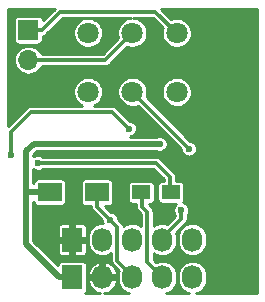
<source format=gbl>
G04 #@! TF.FileFunction,Copper,L2,Bot,Signal*
%FSLAX46Y46*%
G04 Gerber Fmt 4.6, Leading zero omitted, Abs format (unit mm)*
G04 Created by KiCad (PCBNEW 4.0.4-1.fc24-product) date Thu Jun 14 15:19:39 2018*
%MOMM*%
%LPD*%
G01*
G04 APERTURE LIST*
%ADD10C,0.100000*%
%ADD11R,1.727200X2.032000*%
%ADD12O,1.727200X2.032000*%
%ADD13C,1.800000*%
%ADD14R,1.700000X1.700000*%
%ADD15O,1.700000X1.700000*%
%ADD16R,2.000000X1.600000*%
%ADD17R,1.500000X1.250000*%
%ADD18C,0.600000*%
%ADD19C,0.300000*%
%ADD20C,0.500000*%
%ADD21C,0.250000*%
G04 APERTURE END LIST*
D10*
D11*
X146920000Y-91000000D03*
D12*
X149460000Y-91000000D03*
X152000000Y-91000000D03*
X154540000Y-91000000D03*
X157080000Y-91000000D03*
D11*
X146920000Y-94200000D03*
D12*
X149460000Y-94200000D03*
X152000000Y-94200000D03*
X154540000Y-94200000D03*
X157080000Y-94200000D03*
D13*
X155750000Y-73500000D03*
X152000000Y-73500000D03*
X148250000Y-73500000D03*
X155750000Y-78500000D03*
X152000000Y-78500000D03*
X148250000Y-78500000D03*
D14*
X143200000Y-73260000D03*
D15*
X143200000Y-75800000D03*
D16*
X149000000Y-87000000D03*
X145000000Y-87000000D03*
D17*
X155250000Y-87000000D03*
X152750000Y-87000000D03*
D18*
X150100000Y-89300000D03*
X154300000Y-82900000D03*
X156799994Y-83300000D03*
X156150000Y-88500000D03*
X161100000Y-86000000D03*
X156035000Y-85365000D03*
X151700000Y-81599990D03*
X141700000Y-83800000D03*
X144000000Y-84500000D03*
D19*
X150100000Y-89300000D02*
X149000000Y-88200000D01*
X149000000Y-88200000D02*
X149000000Y-87000000D01*
X150736390Y-89936390D02*
X150399999Y-89599999D01*
X150736390Y-92783990D02*
X150736390Y-89936390D01*
X152000000Y-94047600D02*
X150736390Y-92783990D01*
X150399999Y-89599999D02*
X150100000Y-89300000D01*
X152000000Y-94200000D02*
X152000000Y-94047600D01*
X152000000Y-94050000D02*
X152000000Y-94200000D01*
D20*
X146920000Y-94200000D02*
X145806400Y-94200000D01*
X145806400Y-94200000D02*
X143000000Y-91393600D01*
X143000000Y-91393600D02*
X143000000Y-87000000D01*
X153875736Y-82900000D02*
X154300000Y-82900000D01*
X143641998Y-82900000D02*
X153875736Y-82900000D01*
X143000000Y-83541998D02*
X143641998Y-82900000D01*
X143000000Y-87000000D02*
X143000000Y-83541998D01*
X144500000Y-87000000D02*
X143450000Y-87000000D01*
X143450000Y-87000000D02*
X143000000Y-87000000D01*
D19*
X152823980Y-88200430D02*
X152823980Y-87000000D01*
X153270000Y-88646450D02*
X152823980Y-88200430D01*
X153270000Y-92920000D02*
X153270000Y-88646450D01*
X153270000Y-92920000D02*
X154540000Y-94190000D01*
X154540000Y-94190000D02*
X154540000Y-94200000D01*
X156799994Y-83299994D02*
X156799994Y-83300000D01*
X152000000Y-78500000D02*
X156799994Y-83299994D01*
X154540000Y-90847600D02*
X156150000Y-89237600D01*
X156150000Y-89237600D02*
X156150000Y-88500000D01*
X154540000Y-91000000D02*
X154540000Y-90847600D01*
X143200000Y-73260000D02*
X144350000Y-73260000D01*
X144350000Y-73260000D02*
X145910000Y-71700000D01*
X145910000Y-71700000D02*
X153950000Y-71700000D01*
X153950000Y-71700000D02*
X155750000Y-73500000D01*
X143200000Y-75800000D02*
X149700000Y-75800000D01*
X149700000Y-75800000D02*
X152000000Y-73500000D01*
X141700000Y-83800000D02*
X141700000Y-81900000D01*
X141700000Y-81900000D02*
X143399994Y-80200006D01*
X143399994Y-80200006D02*
X150300016Y-80200006D01*
X150300016Y-80200006D02*
X151400001Y-81299991D01*
X151400001Y-81299991D02*
X151700000Y-81599990D01*
X144424264Y-84500000D02*
X144000000Y-84500000D01*
X154000000Y-84500000D02*
X144424264Y-84500000D01*
X155176020Y-85676020D02*
X154000000Y-84500000D01*
X155176020Y-87000000D02*
X155176020Y-85676020D01*
D21*
G36*
X154651020Y-85893482D02*
X154651020Y-85998186D01*
X154500000Y-85998186D01*
X154440283Y-86002948D01*
X154338996Y-86034315D01*
X154250457Y-86092657D01*
X154181678Y-86173357D01*
X154138104Y-86270022D01*
X154123186Y-86375000D01*
X154123186Y-87625000D01*
X154127948Y-87684717D01*
X154159315Y-87786004D01*
X154217657Y-87874543D01*
X154298357Y-87943322D01*
X154395022Y-87986896D01*
X154500000Y-88001814D01*
X155693940Y-88001814D01*
X155630418Y-88064019D01*
X155555631Y-88173243D01*
X155503483Y-88294913D01*
X155475961Y-88424394D01*
X155474113Y-88556756D01*
X155498009Y-88686955D01*
X155546739Y-88810034D01*
X155618447Y-88921303D01*
X155625000Y-88928089D01*
X155625000Y-89020138D01*
X154963554Y-89681584D01*
X154789055Y-89627568D01*
X154548647Y-89602300D01*
X154307910Y-89624209D01*
X154076012Y-89692460D01*
X153861788Y-89804454D01*
X153795000Y-89858153D01*
X153795000Y-88646450D01*
X153790273Y-88598241D01*
X153786042Y-88549876D01*
X153785270Y-88547218D01*
X153785001Y-88544477D01*
X153771006Y-88498121D01*
X153757456Y-88451483D01*
X153756185Y-88449031D01*
X153755387Y-88446388D01*
X153732602Y-88403535D01*
X153710302Y-88360515D01*
X153708582Y-88358361D01*
X153707284Y-88355919D01*
X153676602Y-88318300D01*
X153646378Y-88280438D01*
X153642591Y-88276599D01*
X153642525Y-88276517D01*
X153642449Y-88276455D01*
X153641231Y-88275219D01*
X153367826Y-88001814D01*
X153500000Y-88001814D01*
X153559717Y-87997052D01*
X153661004Y-87965685D01*
X153749543Y-87907343D01*
X153818322Y-87826643D01*
X153861896Y-87729978D01*
X153876814Y-87625000D01*
X153876814Y-86375000D01*
X153872052Y-86315283D01*
X153840685Y-86213996D01*
X153782343Y-86125457D01*
X153701643Y-86056678D01*
X153604978Y-86013104D01*
X153500000Y-85998186D01*
X152000000Y-85998186D01*
X151940283Y-86002948D01*
X151838996Y-86034315D01*
X151750457Y-86092657D01*
X151681678Y-86173357D01*
X151638104Y-86270022D01*
X151623186Y-86375000D01*
X151623186Y-87625000D01*
X151627948Y-87684717D01*
X151659315Y-87786004D01*
X151717657Y-87874543D01*
X151798357Y-87943322D01*
X151895022Y-87986896D01*
X152000000Y-88001814D01*
X152298980Y-88001814D01*
X152298980Y-88200430D01*
X152303707Y-88248635D01*
X152307938Y-88297005D01*
X152308710Y-88299663D01*
X152308979Y-88302403D01*
X152322981Y-88348780D01*
X152336525Y-88395398D01*
X152337794Y-88397847D01*
X152338593Y-88400492D01*
X152361387Y-88443362D01*
X152383678Y-88486365D01*
X152385398Y-88488519D01*
X152386696Y-88490961D01*
X152417378Y-88528580D01*
X152447602Y-88566442D01*
X152451389Y-88570281D01*
X152451455Y-88570363D01*
X152451531Y-88570425D01*
X152452749Y-88571661D01*
X152745000Y-88863912D01*
X152745000Y-89857360D01*
X152692616Y-89814024D01*
X152479977Y-89699050D01*
X152249055Y-89627568D01*
X152008647Y-89602300D01*
X151767910Y-89624209D01*
X151536012Y-89692460D01*
X151321788Y-89804454D01*
X151254099Y-89858877D01*
X151252432Y-89839816D01*
X151251660Y-89837158D01*
X151251391Y-89834417D01*
X151237400Y-89788074D01*
X151223846Y-89741422D01*
X151222574Y-89738968D01*
X151221777Y-89736328D01*
X151199002Y-89693494D01*
X151176692Y-89650455D01*
X151174972Y-89648301D01*
X151173674Y-89645859D01*
X151142992Y-89608240D01*
X151112768Y-89570378D01*
X151108981Y-89566539D01*
X151108915Y-89566457D01*
X151108839Y-89566395D01*
X151107621Y-89565159D01*
X150774721Y-89232259D01*
X150749317Y-89103960D01*
X150698873Y-88981573D01*
X150625618Y-88871316D01*
X150532343Y-88777387D01*
X150422600Y-88703364D01*
X150300569Y-88652067D01*
X150170898Y-88625450D01*
X150167891Y-88625429D01*
X149719276Y-88176814D01*
X150000000Y-88176814D01*
X150059717Y-88172052D01*
X150161004Y-88140685D01*
X150249543Y-88082343D01*
X150318322Y-88001643D01*
X150361896Y-87904978D01*
X150376814Y-87800000D01*
X150376814Y-86200000D01*
X150372052Y-86140283D01*
X150340685Y-86038996D01*
X150282343Y-85950457D01*
X150201643Y-85881678D01*
X150104978Y-85838104D01*
X150000000Y-85823186D01*
X148000000Y-85823186D01*
X147940283Y-85827948D01*
X147838996Y-85859315D01*
X147750457Y-85917657D01*
X147681678Y-85998357D01*
X147638104Y-86095022D01*
X147623186Y-86200000D01*
X147623186Y-87800000D01*
X147627948Y-87859717D01*
X147659315Y-87961004D01*
X147717657Y-88049543D01*
X147798357Y-88118322D01*
X147895022Y-88161896D01*
X148000000Y-88176814D01*
X148475000Y-88176814D01*
X148475000Y-88200000D01*
X148479727Y-88248205D01*
X148483958Y-88296575D01*
X148484730Y-88299233D01*
X148484999Y-88301973D01*
X148499001Y-88348350D01*
X148512545Y-88394968D01*
X148513814Y-88397417D01*
X148514613Y-88400062D01*
X148537407Y-88442932D01*
X148559698Y-88485935D01*
X148561418Y-88488089D01*
X148562716Y-88490531D01*
X148593398Y-88528150D01*
X148623622Y-88566012D01*
X148627409Y-88569851D01*
X148627475Y-88569933D01*
X148627551Y-88569995D01*
X148628769Y-88571231D01*
X149426320Y-89368782D01*
X149448009Y-89486955D01*
X149494764Y-89605045D01*
X149468647Y-89602300D01*
X149227910Y-89624209D01*
X148996012Y-89692460D01*
X148781788Y-89804454D01*
X148593397Y-89955924D01*
X148438014Y-90141102D01*
X148321559Y-90352934D01*
X148248466Y-90583351D01*
X148221521Y-90823576D01*
X148221400Y-90840870D01*
X148221400Y-91159130D01*
X148244989Y-91399709D01*
X148314857Y-91631124D01*
X148428344Y-91844561D01*
X148581126Y-92031890D01*
X148767384Y-92185976D01*
X148980023Y-92300950D01*
X149210945Y-92372432D01*
X149451353Y-92397700D01*
X149692090Y-92375791D01*
X149923988Y-92307540D01*
X150138212Y-92195546D01*
X150211390Y-92136709D01*
X150211390Y-92783990D01*
X150216117Y-92832195D01*
X150220348Y-92880565D01*
X150221120Y-92883223D01*
X150221389Y-92885963D01*
X150235391Y-92932340D01*
X150248935Y-92978958D01*
X150250204Y-92981407D01*
X150251003Y-92984052D01*
X150273797Y-93026922D01*
X150296088Y-93069925D01*
X150297808Y-93072079D01*
X150299106Y-93074521D01*
X150329788Y-93112140D01*
X150360012Y-93150002D01*
X150363799Y-93153841D01*
X150363865Y-93153923D01*
X150363941Y-93153985D01*
X150365159Y-93155221D01*
X150837793Y-93627855D01*
X150788466Y-93783351D01*
X150761521Y-94023576D01*
X150761400Y-94040870D01*
X150761400Y-94359130D01*
X150784989Y-94599709D01*
X150854857Y-94831124D01*
X150968344Y-95044561D01*
X151121126Y-95231890D01*
X151307384Y-95385976D01*
X151520023Y-95500950D01*
X151678479Y-95550000D01*
X149635002Y-95550000D01*
X149635002Y-95483797D01*
X149824661Y-95536103D01*
X149957359Y-95485237D01*
X150168808Y-95366440D01*
X150353018Y-95208674D01*
X150502910Y-95018002D01*
X150612723Y-94801751D01*
X150678238Y-94568232D01*
X150603253Y-94375000D01*
X149635000Y-94375000D01*
X149635000Y-94395000D01*
X149285000Y-94395000D01*
X149285000Y-94375000D01*
X148316747Y-94375000D01*
X148241762Y-94568232D01*
X148307277Y-94801751D01*
X148417090Y-95018002D01*
X148566982Y-95208674D01*
X148751192Y-95366440D01*
X148962641Y-95485237D01*
X149095339Y-95536103D01*
X149284998Y-95483797D01*
X149284998Y-95550000D01*
X147954749Y-95550000D01*
X148033143Y-95498343D01*
X148101922Y-95417643D01*
X148145496Y-95320978D01*
X148160414Y-95216000D01*
X148160414Y-93831768D01*
X148241762Y-93831768D01*
X148316747Y-94025000D01*
X149285000Y-94025000D01*
X149285000Y-92916204D01*
X149635000Y-92916204D01*
X149635000Y-94025000D01*
X150603253Y-94025000D01*
X150678238Y-93831768D01*
X150612723Y-93598249D01*
X150502910Y-93381998D01*
X150353018Y-93191326D01*
X150168808Y-93033560D01*
X149957359Y-92914763D01*
X149824661Y-92863897D01*
X149635000Y-92916204D01*
X149285000Y-92916204D01*
X149095339Y-92863897D01*
X148962641Y-92914763D01*
X148751192Y-93033560D01*
X148566982Y-93191326D01*
X148417090Y-93381998D01*
X148307277Y-93598249D01*
X148241762Y-93831768D01*
X148160414Y-93831768D01*
X148160414Y-93184000D01*
X148155652Y-93124283D01*
X148124285Y-93022996D01*
X148065943Y-92934457D01*
X147985243Y-92865678D01*
X147888578Y-92822104D01*
X147783600Y-92807186D01*
X146056400Y-92807186D01*
X145996683Y-92811948D01*
X145895396Y-92843315D01*
X145806857Y-92901657D01*
X145738078Y-92982357D01*
X145694504Y-93079022D01*
X145679586Y-93184000D01*
X145679586Y-93189302D01*
X143759034Y-91268750D01*
X145681400Y-91268750D01*
X145681400Y-92052934D01*
X145695811Y-92125383D01*
X145724079Y-92193629D01*
X145765118Y-92255048D01*
X145817351Y-92307281D01*
X145878771Y-92348321D01*
X145947016Y-92376589D01*
X146019465Y-92391000D01*
X146651250Y-92391000D01*
X146745000Y-92297250D01*
X146745000Y-91175000D01*
X147095000Y-91175000D01*
X147095000Y-92297250D01*
X147188750Y-92391000D01*
X147820535Y-92391000D01*
X147892984Y-92376589D01*
X147961229Y-92348321D01*
X148022649Y-92307281D01*
X148074882Y-92255048D01*
X148115921Y-92193629D01*
X148144189Y-92125383D01*
X148158600Y-92052934D01*
X148158600Y-91268750D01*
X148064850Y-91175000D01*
X147095000Y-91175000D01*
X146745000Y-91175000D01*
X145775150Y-91175000D01*
X145681400Y-91268750D01*
X143759034Y-91268750D01*
X143625000Y-91134716D01*
X143625000Y-89947066D01*
X145681400Y-89947066D01*
X145681400Y-90731250D01*
X145775150Y-90825000D01*
X146745000Y-90825000D01*
X146745000Y-89702750D01*
X147095000Y-89702750D01*
X147095000Y-90825000D01*
X148064850Y-90825000D01*
X148158600Y-90731250D01*
X148158600Y-89947066D01*
X148144189Y-89874617D01*
X148115921Y-89806371D01*
X148074882Y-89744952D01*
X148022649Y-89692719D01*
X147961229Y-89651679D01*
X147892984Y-89623411D01*
X147820535Y-89609000D01*
X147188750Y-89609000D01*
X147095000Y-89702750D01*
X146745000Y-89702750D01*
X146651250Y-89609000D01*
X146019465Y-89609000D01*
X145947016Y-89623411D01*
X145878771Y-89651679D01*
X145817351Y-89692719D01*
X145765118Y-89744952D01*
X145724079Y-89806371D01*
X145695811Y-89874617D01*
X145681400Y-89947066D01*
X143625000Y-89947066D01*
X143625000Y-87822748D01*
X143627948Y-87859717D01*
X143659315Y-87961004D01*
X143717657Y-88049543D01*
X143798357Y-88118322D01*
X143895022Y-88161896D01*
X144000000Y-88176814D01*
X146000000Y-88176814D01*
X146059717Y-88172052D01*
X146161004Y-88140685D01*
X146249543Y-88082343D01*
X146318322Y-88001643D01*
X146361896Y-87904978D01*
X146376814Y-87800000D01*
X146376814Y-86200000D01*
X146372052Y-86140283D01*
X146340685Y-86038996D01*
X146282343Y-85950457D01*
X146201643Y-85881678D01*
X146104978Y-85838104D01*
X146000000Y-85823186D01*
X144000000Y-85823186D01*
X143940283Y-85827948D01*
X143838996Y-85859315D01*
X143750457Y-85917657D01*
X143681678Y-85998357D01*
X143638104Y-86095022D01*
X143625000Y-86187235D01*
X143625000Y-85061422D01*
X143669101Y-85092073D01*
X143790404Y-85145069D01*
X143919691Y-85173495D01*
X144052036Y-85176267D01*
X144182399Y-85153280D01*
X144305815Y-85105411D01*
X144417582Y-85034481D01*
X144427538Y-85025000D01*
X153782538Y-85025000D01*
X154651020Y-85893482D01*
X154651020Y-85893482D01*
G37*
X154651020Y-85893482D02*
X154651020Y-85998186D01*
X154500000Y-85998186D01*
X154440283Y-86002948D01*
X154338996Y-86034315D01*
X154250457Y-86092657D01*
X154181678Y-86173357D01*
X154138104Y-86270022D01*
X154123186Y-86375000D01*
X154123186Y-87625000D01*
X154127948Y-87684717D01*
X154159315Y-87786004D01*
X154217657Y-87874543D01*
X154298357Y-87943322D01*
X154395022Y-87986896D01*
X154500000Y-88001814D01*
X155693940Y-88001814D01*
X155630418Y-88064019D01*
X155555631Y-88173243D01*
X155503483Y-88294913D01*
X155475961Y-88424394D01*
X155474113Y-88556756D01*
X155498009Y-88686955D01*
X155546739Y-88810034D01*
X155618447Y-88921303D01*
X155625000Y-88928089D01*
X155625000Y-89020138D01*
X154963554Y-89681584D01*
X154789055Y-89627568D01*
X154548647Y-89602300D01*
X154307910Y-89624209D01*
X154076012Y-89692460D01*
X153861788Y-89804454D01*
X153795000Y-89858153D01*
X153795000Y-88646450D01*
X153790273Y-88598241D01*
X153786042Y-88549876D01*
X153785270Y-88547218D01*
X153785001Y-88544477D01*
X153771006Y-88498121D01*
X153757456Y-88451483D01*
X153756185Y-88449031D01*
X153755387Y-88446388D01*
X153732602Y-88403535D01*
X153710302Y-88360515D01*
X153708582Y-88358361D01*
X153707284Y-88355919D01*
X153676602Y-88318300D01*
X153646378Y-88280438D01*
X153642591Y-88276599D01*
X153642525Y-88276517D01*
X153642449Y-88276455D01*
X153641231Y-88275219D01*
X153367826Y-88001814D01*
X153500000Y-88001814D01*
X153559717Y-87997052D01*
X153661004Y-87965685D01*
X153749543Y-87907343D01*
X153818322Y-87826643D01*
X153861896Y-87729978D01*
X153876814Y-87625000D01*
X153876814Y-86375000D01*
X153872052Y-86315283D01*
X153840685Y-86213996D01*
X153782343Y-86125457D01*
X153701643Y-86056678D01*
X153604978Y-86013104D01*
X153500000Y-85998186D01*
X152000000Y-85998186D01*
X151940283Y-86002948D01*
X151838996Y-86034315D01*
X151750457Y-86092657D01*
X151681678Y-86173357D01*
X151638104Y-86270022D01*
X151623186Y-86375000D01*
X151623186Y-87625000D01*
X151627948Y-87684717D01*
X151659315Y-87786004D01*
X151717657Y-87874543D01*
X151798357Y-87943322D01*
X151895022Y-87986896D01*
X152000000Y-88001814D01*
X152298980Y-88001814D01*
X152298980Y-88200430D01*
X152303707Y-88248635D01*
X152307938Y-88297005D01*
X152308710Y-88299663D01*
X152308979Y-88302403D01*
X152322981Y-88348780D01*
X152336525Y-88395398D01*
X152337794Y-88397847D01*
X152338593Y-88400492D01*
X152361387Y-88443362D01*
X152383678Y-88486365D01*
X152385398Y-88488519D01*
X152386696Y-88490961D01*
X152417378Y-88528580D01*
X152447602Y-88566442D01*
X152451389Y-88570281D01*
X152451455Y-88570363D01*
X152451531Y-88570425D01*
X152452749Y-88571661D01*
X152745000Y-88863912D01*
X152745000Y-89857360D01*
X152692616Y-89814024D01*
X152479977Y-89699050D01*
X152249055Y-89627568D01*
X152008647Y-89602300D01*
X151767910Y-89624209D01*
X151536012Y-89692460D01*
X151321788Y-89804454D01*
X151254099Y-89858877D01*
X151252432Y-89839816D01*
X151251660Y-89837158D01*
X151251391Y-89834417D01*
X151237400Y-89788074D01*
X151223846Y-89741422D01*
X151222574Y-89738968D01*
X151221777Y-89736328D01*
X151199002Y-89693494D01*
X151176692Y-89650455D01*
X151174972Y-89648301D01*
X151173674Y-89645859D01*
X151142992Y-89608240D01*
X151112768Y-89570378D01*
X151108981Y-89566539D01*
X151108915Y-89566457D01*
X151108839Y-89566395D01*
X151107621Y-89565159D01*
X150774721Y-89232259D01*
X150749317Y-89103960D01*
X150698873Y-88981573D01*
X150625618Y-88871316D01*
X150532343Y-88777387D01*
X150422600Y-88703364D01*
X150300569Y-88652067D01*
X150170898Y-88625450D01*
X150167891Y-88625429D01*
X149719276Y-88176814D01*
X150000000Y-88176814D01*
X150059717Y-88172052D01*
X150161004Y-88140685D01*
X150249543Y-88082343D01*
X150318322Y-88001643D01*
X150361896Y-87904978D01*
X150376814Y-87800000D01*
X150376814Y-86200000D01*
X150372052Y-86140283D01*
X150340685Y-86038996D01*
X150282343Y-85950457D01*
X150201643Y-85881678D01*
X150104978Y-85838104D01*
X150000000Y-85823186D01*
X148000000Y-85823186D01*
X147940283Y-85827948D01*
X147838996Y-85859315D01*
X147750457Y-85917657D01*
X147681678Y-85998357D01*
X147638104Y-86095022D01*
X147623186Y-86200000D01*
X147623186Y-87800000D01*
X147627948Y-87859717D01*
X147659315Y-87961004D01*
X147717657Y-88049543D01*
X147798357Y-88118322D01*
X147895022Y-88161896D01*
X148000000Y-88176814D01*
X148475000Y-88176814D01*
X148475000Y-88200000D01*
X148479727Y-88248205D01*
X148483958Y-88296575D01*
X148484730Y-88299233D01*
X148484999Y-88301973D01*
X148499001Y-88348350D01*
X148512545Y-88394968D01*
X148513814Y-88397417D01*
X148514613Y-88400062D01*
X148537407Y-88442932D01*
X148559698Y-88485935D01*
X148561418Y-88488089D01*
X148562716Y-88490531D01*
X148593398Y-88528150D01*
X148623622Y-88566012D01*
X148627409Y-88569851D01*
X148627475Y-88569933D01*
X148627551Y-88569995D01*
X148628769Y-88571231D01*
X149426320Y-89368782D01*
X149448009Y-89486955D01*
X149494764Y-89605045D01*
X149468647Y-89602300D01*
X149227910Y-89624209D01*
X148996012Y-89692460D01*
X148781788Y-89804454D01*
X148593397Y-89955924D01*
X148438014Y-90141102D01*
X148321559Y-90352934D01*
X148248466Y-90583351D01*
X148221521Y-90823576D01*
X148221400Y-90840870D01*
X148221400Y-91159130D01*
X148244989Y-91399709D01*
X148314857Y-91631124D01*
X148428344Y-91844561D01*
X148581126Y-92031890D01*
X148767384Y-92185976D01*
X148980023Y-92300950D01*
X149210945Y-92372432D01*
X149451353Y-92397700D01*
X149692090Y-92375791D01*
X149923988Y-92307540D01*
X150138212Y-92195546D01*
X150211390Y-92136709D01*
X150211390Y-92783990D01*
X150216117Y-92832195D01*
X150220348Y-92880565D01*
X150221120Y-92883223D01*
X150221389Y-92885963D01*
X150235391Y-92932340D01*
X150248935Y-92978958D01*
X150250204Y-92981407D01*
X150251003Y-92984052D01*
X150273797Y-93026922D01*
X150296088Y-93069925D01*
X150297808Y-93072079D01*
X150299106Y-93074521D01*
X150329788Y-93112140D01*
X150360012Y-93150002D01*
X150363799Y-93153841D01*
X150363865Y-93153923D01*
X150363941Y-93153985D01*
X150365159Y-93155221D01*
X150837793Y-93627855D01*
X150788466Y-93783351D01*
X150761521Y-94023576D01*
X150761400Y-94040870D01*
X150761400Y-94359130D01*
X150784989Y-94599709D01*
X150854857Y-94831124D01*
X150968344Y-95044561D01*
X151121126Y-95231890D01*
X151307384Y-95385976D01*
X151520023Y-95500950D01*
X151678479Y-95550000D01*
X149635002Y-95550000D01*
X149635002Y-95483797D01*
X149824661Y-95536103D01*
X149957359Y-95485237D01*
X150168808Y-95366440D01*
X150353018Y-95208674D01*
X150502910Y-95018002D01*
X150612723Y-94801751D01*
X150678238Y-94568232D01*
X150603253Y-94375000D01*
X149635000Y-94375000D01*
X149635000Y-94395000D01*
X149285000Y-94395000D01*
X149285000Y-94375000D01*
X148316747Y-94375000D01*
X148241762Y-94568232D01*
X148307277Y-94801751D01*
X148417090Y-95018002D01*
X148566982Y-95208674D01*
X148751192Y-95366440D01*
X148962641Y-95485237D01*
X149095339Y-95536103D01*
X149284998Y-95483797D01*
X149284998Y-95550000D01*
X147954749Y-95550000D01*
X148033143Y-95498343D01*
X148101922Y-95417643D01*
X148145496Y-95320978D01*
X148160414Y-95216000D01*
X148160414Y-93831768D01*
X148241762Y-93831768D01*
X148316747Y-94025000D01*
X149285000Y-94025000D01*
X149285000Y-92916204D01*
X149635000Y-92916204D01*
X149635000Y-94025000D01*
X150603253Y-94025000D01*
X150678238Y-93831768D01*
X150612723Y-93598249D01*
X150502910Y-93381998D01*
X150353018Y-93191326D01*
X150168808Y-93033560D01*
X149957359Y-92914763D01*
X149824661Y-92863897D01*
X149635000Y-92916204D01*
X149285000Y-92916204D01*
X149095339Y-92863897D01*
X148962641Y-92914763D01*
X148751192Y-93033560D01*
X148566982Y-93191326D01*
X148417090Y-93381998D01*
X148307277Y-93598249D01*
X148241762Y-93831768D01*
X148160414Y-93831768D01*
X148160414Y-93184000D01*
X148155652Y-93124283D01*
X148124285Y-93022996D01*
X148065943Y-92934457D01*
X147985243Y-92865678D01*
X147888578Y-92822104D01*
X147783600Y-92807186D01*
X146056400Y-92807186D01*
X145996683Y-92811948D01*
X145895396Y-92843315D01*
X145806857Y-92901657D01*
X145738078Y-92982357D01*
X145694504Y-93079022D01*
X145679586Y-93184000D01*
X145679586Y-93189302D01*
X143759034Y-91268750D01*
X145681400Y-91268750D01*
X145681400Y-92052934D01*
X145695811Y-92125383D01*
X145724079Y-92193629D01*
X145765118Y-92255048D01*
X145817351Y-92307281D01*
X145878771Y-92348321D01*
X145947016Y-92376589D01*
X146019465Y-92391000D01*
X146651250Y-92391000D01*
X146745000Y-92297250D01*
X146745000Y-91175000D01*
X147095000Y-91175000D01*
X147095000Y-92297250D01*
X147188750Y-92391000D01*
X147820535Y-92391000D01*
X147892984Y-92376589D01*
X147961229Y-92348321D01*
X148022649Y-92307281D01*
X148074882Y-92255048D01*
X148115921Y-92193629D01*
X148144189Y-92125383D01*
X148158600Y-92052934D01*
X148158600Y-91268750D01*
X148064850Y-91175000D01*
X147095000Y-91175000D01*
X146745000Y-91175000D01*
X145775150Y-91175000D01*
X145681400Y-91268750D01*
X143759034Y-91268750D01*
X143625000Y-91134716D01*
X143625000Y-89947066D01*
X145681400Y-89947066D01*
X145681400Y-90731250D01*
X145775150Y-90825000D01*
X146745000Y-90825000D01*
X146745000Y-89702750D01*
X147095000Y-89702750D01*
X147095000Y-90825000D01*
X148064850Y-90825000D01*
X148158600Y-90731250D01*
X148158600Y-89947066D01*
X148144189Y-89874617D01*
X148115921Y-89806371D01*
X148074882Y-89744952D01*
X148022649Y-89692719D01*
X147961229Y-89651679D01*
X147892984Y-89623411D01*
X147820535Y-89609000D01*
X147188750Y-89609000D01*
X147095000Y-89702750D01*
X146745000Y-89702750D01*
X146651250Y-89609000D01*
X146019465Y-89609000D01*
X145947016Y-89623411D01*
X145878771Y-89651679D01*
X145817351Y-89692719D01*
X145765118Y-89744952D01*
X145724079Y-89806371D01*
X145695811Y-89874617D01*
X145681400Y-89947066D01*
X143625000Y-89947066D01*
X143625000Y-87822748D01*
X143627948Y-87859717D01*
X143659315Y-87961004D01*
X143717657Y-88049543D01*
X143798357Y-88118322D01*
X143895022Y-88161896D01*
X144000000Y-88176814D01*
X146000000Y-88176814D01*
X146059717Y-88172052D01*
X146161004Y-88140685D01*
X146249543Y-88082343D01*
X146318322Y-88001643D01*
X146361896Y-87904978D01*
X146376814Y-87800000D01*
X146376814Y-86200000D01*
X146372052Y-86140283D01*
X146340685Y-86038996D01*
X146282343Y-85950457D01*
X146201643Y-85881678D01*
X146104978Y-85838104D01*
X146000000Y-85823186D01*
X144000000Y-85823186D01*
X143940283Y-85827948D01*
X143838996Y-85859315D01*
X143750457Y-85917657D01*
X143681678Y-85998357D01*
X143638104Y-86095022D01*
X143625000Y-86187235D01*
X143625000Y-85061422D01*
X143669101Y-85092073D01*
X143790404Y-85145069D01*
X143919691Y-85173495D01*
X144052036Y-85176267D01*
X144182399Y-85153280D01*
X144305815Y-85105411D01*
X144417582Y-85034481D01*
X144427538Y-85025000D01*
X153782538Y-85025000D01*
X154651020Y-85893482D01*
G36*
X144426814Y-72440724D02*
X144426814Y-72410000D01*
X144422052Y-72350283D01*
X144390685Y-72248996D01*
X144332343Y-72160457D01*
X144251643Y-72091678D01*
X144154978Y-72048104D01*
X144050000Y-72033186D01*
X142350000Y-72033186D01*
X142290283Y-72037948D01*
X142188996Y-72069315D01*
X142100457Y-72127657D01*
X142031678Y-72208357D01*
X141988104Y-72305022D01*
X141973186Y-72410000D01*
X141973186Y-74110000D01*
X141977948Y-74169717D01*
X142009315Y-74271004D01*
X142067657Y-74359543D01*
X142148357Y-74428322D01*
X142245022Y-74471896D01*
X142350000Y-74486814D01*
X144050000Y-74486814D01*
X144109717Y-74482052D01*
X144211004Y-74450685D01*
X144299543Y-74392343D01*
X144368322Y-74311643D01*
X144411896Y-74214978D01*
X144426814Y-74110000D01*
X144426814Y-73777771D01*
X144446575Y-73776042D01*
X144449233Y-73775270D01*
X144451973Y-73775001D01*
X144498350Y-73760999D01*
X144544968Y-73747455D01*
X144547417Y-73746186D01*
X144550062Y-73745387D01*
X144592932Y-73722593D01*
X144635935Y-73700302D01*
X144638089Y-73698582D01*
X144640531Y-73697284D01*
X144678150Y-73666602D01*
X144716012Y-73636378D01*
X144719851Y-73632591D01*
X144719933Y-73632525D01*
X144719995Y-73632449D01*
X144721231Y-73631231D01*
X146127462Y-72225000D01*
X148129187Y-72225000D01*
X147888273Y-72270957D01*
X147656439Y-72364623D01*
X147447215Y-72501536D01*
X147268568Y-72676480D01*
X147127303Y-72882792D01*
X147028802Y-73112613D01*
X146976815Y-73357189D01*
X146973324Y-73607205D01*
X147018461Y-73853138D01*
X147110507Y-74085620D01*
X147245956Y-74295795D01*
X147419649Y-74475659D01*
X147624969Y-74618361D01*
X147854097Y-74718464D01*
X148098305Y-74772157D01*
X148348290Y-74777393D01*
X148594532Y-74733974D01*
X148827650Y-74643553D01*
X149038766Y-74509575D01*
X149219839Y-74337142D01*
X149363970Y-74132823D01*
X149465671Y-73904400D01*
X149521067Y-73660573D01*
X149525054Y-73374980D01*
X149476488Y-73129701D01*
X149381205Y-72898528D01*
X149242835Y-72690264D01*
X149066648Y-72512842D01*
X148859355Y-72373022D01*
X148628852Y-72276127D01*
X148383919Y-72225849D01*
X148262269Y-72225000D01*
X151879187Y-72225000D01*
X151638273Y-72270957D01*
X151406439Y-72364623D01*
X151197215Y-72501536D01*
X151018568Y-72676480D01*
X150877303Y-72882792D01*
X150778802Y-73112613D01*
X150726815Y-73357189D01*
X150723324Y-73607205D01*
X150768461Y-73853138D01*
X150807017Y-73950521D01*
X149482538Y-75275000D01*
X144307167Y-75275000D01*
X144230963Y-75129235D01*
X144081156Y-74942912D01*
X143898012Y-74789236D01*
X143688506Y-74674059D01*
X143460619Y-74601769D01*
X143223031Y-74575119D01*
X143205927Y-74575000D01*
X143194073Y-74575000D01*
X142956136Y-74598330D01*
X142727262Y-74667431D01*
X142516168Y-74779671D01*
X142330896Y-74930776D01*
X142178502Y-75114989D01*
X142064791Y-75325293D01*
X141994093Y-75553680D01*
X141969103Y-75791448D01*
X141990771Y-76029542D01*
X142058273Y-76258893D01*
X142169037Y-76470765D01*
X142318844Y-76657088D01*
X142501988Y-76810764D01*
X142711494Y-76925941D01*
X142939381Y-76998231D01*
X143176969Y-77024881D01*
X143194073Y-77025000D01*
X143205927Y-77025000D01*
X143443864Y-77001670D01*
X143672738Y-76932569D01*
X143883832Y-76820329D01*
X144069104Y-76669224D01*
X144221498Y-76485011D01*
X144308016Y-76325000D01*
X149700000Y-76325000D01*
X149748205Y-76320273D01*
X149796575Y-76316042D01*
X149799233Y-76315270D01*
X149801973Y-76315001D01*
X149848350Y-76300999D01*
X149894968Y-76287455D01*
X149897417Y-76286186D01*
X149900062Y-76285387D01*
X149942932Y-76262593D01*
X149985935Y-76240302D01*
X149988089Y-76238582D01*
X149990531Y-76237284D01*
X150028150Y-76206602D01*
X150066012Y-76176378D01*
X150069851Y-76172591D01*
X150069933Y-76172525D01*
X150069995Y-76172449D01*
X150071231Y-76171231D01*
X151548352Y-74694110D01*
X151604097Y-74718464D01*
X151848305Y-74772157D01*
X152098290Y-74777393D01*
X152344532Y-74733974D01*
X152577650Y-74643553D01*
X152788766Y-74509575D01*
X152969839Y-74337142D01*
X153113970Y-74132823D01*
X153215671Y-73904400D01*
X153271067Y-73660573D01*
X153275054Y-73374980D01*
X153226488Y-73129701D01*
X153131205Y-72898528D01*
X152992835Y-72690264D01*
X152816648Y-72512842D01*
X152609355Y-72373022D01*
X152378852Y-72276127D01*
X152133919Y-72225849D01*
X152012269Y-72225000D01*
X153732538Y-72225000D01*
X154556208Y-73048670D01*
X154528802Y-73112613D01*
X154476815Y-73357189D01*
X154473324Y-73607205D01*
X154518461Y-73853138D01*
X154610507Y-74085620D01*
X154745956Y-74295795D01*
X154919649Y-74475659D01*
X155124969Y-74618361D01*
X155354097Y-74718464D01*
X155598305Y-74772157D01*
X155848290Y-74777393D01*
X156094532Y-74733974D01*
X156327650Y-74643553D01*
X156538766Y-74509575D01*
X156719839Y-74337142D01*
X156863970Y-74132823D01*
X156965671Y-73904400D01*
X157021067Y-73660573D01*
X157025054Y-73374980D01*
X156976488Y-73129701D01*
X156881205Y-72898528D01*
X156742835Y-72690264D01*
X156566648Y-72512842D01*
X156359355Y-72373022D01*
X156128852Y-72276127D01*
X155883919Y-72225849D01*
X155633884Y-72224104D01*
X155388273Y-72270957D01*
X155299347Y-72306885D01*
X154442462Y-71450000D01*
X162550000Y-71450000D01*
X162550000Y-95550000D01*
X157399721Y-95550000D01*
X157543988Y-95507540D01*
X157758212Y-95395546D01*
X157946603Y-95244076D01*
X158101986Y-95058898D01*
X158218441Y-94847066D01*
X158291534Y-94616649D01*
X158318479Y-94376424D01*
X158318600Y-94359130D01*
X158318600Y-94040870D01*
X158295011Y-93800291D01*
X158225143Y-93568876D01*
X158111656Y-93355439D01*
X157958874Y-93168110D01*
X157772616Y-93014024D01*
X157559977Y-92899050D01*
X157329055Y-92827568D01*
X157088647Y-92802300D01*
X156847910Y-92824209D01*
X156616012Y-92892460D01*
X156401788Y-93004454D01*
X156213397Y-93155924D01*
X156058014Y-93341102D01*
X155941559Y-93552934D01*
X155868466Y-93783351D01*
X155841521Y-94023576D01*
X155841400Y-94040870D01*
X155841400Y-94359130D01*
X155864989Y-94599709D01*
X155934857Y-94831124D01*
X156048344Y-95044561D01*
X156201126Y-95231890D01*
X156387384Y-95385976D01*
X156600023Y-95500950D01*
X156758479Y-95550000D01*
X154859721Y-95550000D01*
X155003988Y-95507540D01*
X155218212Y-95395546D01*
X155406603Y-95244076D01*
X155561986Y-95058898D01*
X155678441Y-94847066D01*
X155751534Y-94616649D01*
X155778479Y-94376424D01*
X155778600Y-94359130D01*
X155778600Y-94040870D01*
X155755011Y-93800291D01*
X155685143Y-93568876D01*
X155571656Y-93355439D01*
X155418874Y-93168110D01*
X155232616Y-93014024D01*
X155019977Y-92899050D01*
X154789055Y-92827568D01*
X154548647Y-92802300D01*
X154307910Y-92824209D01*
X154076012Y-92892460D01*
X154016194Y-92923732D01*
X153795000Y-92702538D01*
X153795000Y-92142640D01*
X153847384Y-92185976D01*
X154060023Y-92300950D01*
X154290945Y-92372432D01*
X154531353Y-92397700D01*
X154772090Y-92375791D01*
X155003988Y-92307540D01*
X155218212Y-92195546D01*
X155406603Y-92044076D01*
X155561986Y-91858898D01*
X155678441Y-91647066D01*
X155751534Y-91416649D01*
X155778479Y-91176424D01*
X155778600Y-91159130D01*
X155778600Y-90840870D01*
X155841400Y-90840870D01*
X155841400Y-91159130D01*
X155864989Y-91399709D01*
X155934857Y-91631124D01*
X156048344Y-91844561D01*
X156201126Y-92031890D01*
X156387384Y-92185976D01*
X156600023Y-92300950D01*
X156830945Y-92372432D01*
X157071353Y-92397700D01*
X157312090Y-92375791D01*
X157543988Y-92307540D01*
X157758212Y-92195546D01*
X157946603Y-92044076D01*
X158101986Y-91858898D01*
X158218441Y-91647066D01*
X158291534Y-91416649D01*
X158318479Y-91176424D01*
X158318600Y-91159130D01*
X158318600Y-90840870D01*
X158295011Y-90600291D01*
X158225143Y-90368876D01*
X158111656Y-90155439D01*
X157958874Y-89968110D01*
X157772616Y-89814024D01*
X157559977Y-89699050D01*
X157329055Y-89627568D01*
X157088647Y-89602300D01*
X156847910Y-89624209D01*
X156616012Y-89692460D01*
X156401788Y-89804454D01*
X156213397Y-89955924D01*
X156058014Y-90141102D01*
X155941559Y-90352934D01*
X155868466Y-90583351D01*
X155841521Y-90823576D01*
X155841400Y-90840870D01*
X155778600Y-90840870D01*
X155755011Y-90600291D01*
X155702777Y-90427285D01*
X156521231Y-89608831D01*
X156552001Y-89571371D01*
X156583185Y-89534208D01*
X156584516Y-89531786D01*
X156586267Y-89529655D01*
X156609180Y-89486922D01*
X156632546Y-89444420D01*
X156633380Y-89441790D01*
X156634686Y-89439355D01*
X156648885Y-89392913D01*
X156663527Y-89346754D01*
X156663834Y-89344016D01*
X156664643Y-89341370D01*
X156669549Y-89293069D01*
X156674949Y-89244930D01*
X156674987Y-89239536D01*
X156674997Y-89239433D01*
X156674988Y-89239337D01*
X156675000Y-89237600D01*
X156675000Y-88926811D01*
X156739749Y-88835024D01*
X156793590Y-88714094D01*
X156822918Y-88585009D01*
X156825029Y-88433813D01*
X156799317Y-88303960D01*
X156748873Y-88181573D01*
X156675618Y-88071316D01*
X156582343Y-87977387D01*
X156472600Y-87903364D01*
X156350569Y-87852067D01*
X156304681Y-87842648D01*
X156318322Y-87826643D01*
X156361896Y-87729978D01*
X156376814Y-87625000D01*
X156376814Y-86375000D01*
X156372052Y-86315283D01*
X156340685Y-86213996D01*
X156282343Y-86125457D01*
X156201643Y-86056678D01*
X156104978Y-86013104D01*
X156000000Y-85998186D01*
X155701020Y-85998186D01*
X155701020Y-85676020D01*
X155696289Y-85627769D01*
X155692061Y-85579445D01*
X155691290Y-85576792D01*
X155691021Y-85574047D01*
X155677007Y-85527629D01*
X155663475Y-85481052D01*
X155662206Y-85478603D01*
X155661407Y-85475958D01*
X155638613Y-85433088D01*
X155616322Y-85390085D01*
X155614602Y-85387931D01*
X155613304Y-85385489D01*
X155582622Y-85347870D01*
X155552398Y-85310008D01*
X155548611Y-85306169D01*
X155548545Y-85306087D01*
X155548469Y-85306025D01*
X155547251Y-85304789D01*
X154371231Y-84128769D01*
X154333797Y-84098021D01*
X154296608Y-84066815D01*
X154294183Y-84065482D01*
X154292055Y-84063734D01*
X154249361Y-84040841D01*
X154206820Y-84017454D01*
X154204190Y-84016620D01*
X154201755Y-84015314D01*
X154155313Y-84001115D01*
X154109154Y-83986473D01*
X154106416Y-83986166D01*
X154103770Y-83985357D01*
X154055469Y-83980451D01*
X154007330Y-83975051D01*
X154001936Y-83975013D01*
X154001833Y-83975003D01*
X154001737Y-83975012D01*
X154000000Y-83975000D01*
X144428804Y-83975000D01*
X144322600Y-83903364D01*
X144200569Y-83852067D01*
X144070898Y-83825450D01*
X143938527Y-83824525D01*
X143808497Y-83849330D01*
X143685762Y-83898918D01*
X143625000Y-83938680D01*
X143625000Y-83800882D01*
X143900882Y-83525000D01*
X154044468Y-83525000D01*
X154090404Y-83545069D01*
X154219691Y-83573495D01*
X154352036Y-83576267D01*
X154482399Y-83553280D01*
X154605815Y-83505411D01*
X154717582Y-83434481D01*
X154813444Y-83343193D01*
X154889749Y-83235024D01*
X154943590Y-83114094D01*
X154972918Y-82985009D01*
X154975029Y-82833813D01*
X154949317Y-82703960D01*
X154898873Y-82581573D01*
X154825618Y-82471316D01*
X154732343Y-82377387D01*
X154622600Y-82303364D01*
X154500569Y-82252067D01*
X154370898Y-82225450D01*
X154238527Y-82224525D01*
X154108497Y-82249330D01*
X154044961Y-82275000D01*
X151759165Y-82275000D01*
X151882399Y-82253270D01*
X152005815Y-82205401D01*
X152117582Y-82134471D01*
X152213444Y-82043183D01*
X152289749Y-81935014D01*
X152343590Y-81814084D01*
X152372918Y-81684999D01*
X152375029Y-81533803D01*
X152349317Y-81403950D01*
X152298873Y-81281563D01*
X152225618Y-81171306D01*
X152132343Y-81077377D01*
X152022600Y-81003354D01*
X151900569Y-80952057D01*
X151770898Y-80925440D01*
X151767891Y-80925419D01*
X150671247Y-79828775D01*
X150633813Y-79798027D01*
X150596624Y-79766821D01*
X150594199Y-79765488D01*
X150592071Y-79763740D01*
X150549377Y-79740847D01*
X150506836Y-79717460D01*
X150504206Y-79716626D01*
X150501771Y-79715320D01*
X150455329Y-79701121D01*
X150409170Y-79686479D01*
X150406432Y-79686172D01*
X150403786Y-79685363D01*
X150355485Y-79680457D01*
X150307346Y-79675057D01*
X150301952Y-79675019D01*
X150301849Y-79675009D01*
X150301753Y-79675018D01*
X150300016Y-79675006D01*
X148746560Y-79675006D01*
X148827650Y-79643553D01*
X149038766Y-79509575D01*
X149219839Y-79337142D01*
X149363970Y-79132823D01*
X149465671Y-78904400D01*
X149521067Y-78660573D01*
X149521812Y-78607205D01*
X150723324Y-78607205D01*
X150768461Y-78853138D01*
X150860507Y-79085620D01*
X150995956Y-79295795D01*
X151169649Y-79475659D01*
X151374969Y-79618361D01*
X151604097Y-79718464D01*
X151848305Y-79772157D01*
X152098290Y-79777393D01*
X152344532Y-79733974D01*
X152450435Y-79692897D01*
X156126313Y-83368775D01*
X156148003Y-83486955D01*
X156196733Y-83610034D01*
X156268441Y-83721303D01*
X156360396Y-83816526D01*
X156469095Y-83892073D01*
X156590398Y-83945069D01*
X156719685Y-83973495D01*
X156852030Y-83976267D01*
X156982393Y-83953280D01*
X157105809Y-83905411D01*
X157217576Y-83834481D01*
X157313438Y-83743193D01*
X157389743Y-83635024D01*
X157443584Y-83514094D01*
X157472912Y-83385009D01*
X157475023Y-83233813D01*
X157449311Y-83103960D01*
X157398867Y-82981573D01*
X157325612Y-82871316D01*
X157232337Y-82777387D01*
X157122594Y-82703364D01*
X157000563Y-82652067D01*
X156870892Y-82625450D01*
X156867891Y-82625429D01*
X153194473Y-78952011D01*
X153215671Y-78904400D01*
X153271067Y-78660573D01*
X153271812Y-78607205D01*
X154473324Y-78607205D01*
X154518461Y-78853138D01*
X154610507Y-79085620D01*
X154745956Y-79295795D01*
X154919649Y-79475659D01*
X155124969Y-79618361D01*
X155354097Y-79718464D01*
X155598305Y-79772157D01*
X155848290Y-79777393D01*
X156094532Y-79733974D01*
X156327650Y-79643553D01*
X156538766Y-79509575D01*
X156719839Y-79337142D01*
X156863970Y-79132823D01*
X156965671Y-78904400D01*
X157021067Y-78660573D01*
X157025054Y-78374980D01*
X156976488Y-78129701D01*
X156881205Y-77898528D01*
X156742835Y-77690264D01*
X156566648Y-77512842D01*
X156359355Y-77373022D01*
X156128852Y-77276127D01*
X155883919Y-77225849D01*
X155633884Y-77224104D01*
X155388273Y-77270957D01*
X155156439Y-77364623D01*
X154947215Y-77501536D01*
X154768568Y-77676480D01*
X154627303Y-77882792D01*
X154528802Y-78112613D01*
X154476815Y-78357189D01*
X154473324Y-78607205D01*
X153271812Y-78607205D01*
X153275054Y-78374980D01*
X153226488Y-78129701D01*
X153131205Y-77898528D01*
X152992835Y-77690264D01*
X152816648Y-77512842D01*
X152609355Y-77373022D01*
X152378852Y-77276127D01*
X152133919Y-77225849D01*
X151883884Y-77224104D01*
X151638273Y-77270957D01*
X151406439Y-77364623D01*
X151197215Y-77501536D01*
X151018568Y-77676480D01*
X150877303Y-77882792D01*
X150778802Y-78112613D01*
X150726815Y-78357189D01*
X150723324Y-78607205D01*
X149521812Y-78607205D01*
X149525054Y-78374980D01*
X149476488Y-78129701D01*
X149381205Y-77898528D01*
X149242835Y-77690264D01*
X149066648Y-77512842D01*
X148859355Y-77373022D01*
X148628852Y-77276127D01*
X148383919Y-77225849D01*
X148133884Y-77224104D01*
X147888273Y-77270957D01*
X147656439Y-77364623D01*
X147447215Y-77501536D01*
X147268568Y-77676480D01*
X147127303Y-77882792D01*
X147028802Y-78112613D01*
X146976815Y-78357189D01*
X146973324Y-78607205D01*
X147018461Y-78853138D01*
X147110507Y-79085620D01*
X147245956Y-79295795D01*
X147419649Y-79475659D01*
X147624969Y-79618361D01*
X147754625Y-79675006D01*
X143399994Y-79675006D01*
X143351785Y-79679733D01*
X143303420Y-79683964D01*
X143300762Y-79684736D01*
X143298021Y-79685005D01*
X143251665Y-79699000D01*
X143205027Y-79712550D01*
X143202575Y-79713821D01*
X143199932Y-79714619D01*
X143157079Y-79737404D01*
X143114059Y-79759704D01*
X143111905Y-79761424D01*
X143109463Y-79762722D01*
X143071844Y-79793404D01*
X143033982Y-79823628D01*
X143030143Y-79827415D01*
X143030061Y-79827481D01*
X143029999Y-79827557D01*
X143028763Y-79828775D01*
X141450000Y-81407538D01*
X141450000Y-71450000D01*
X145417538Y-71450000D01*
X144426814Y-72440724D01*
X144426814Y-72440724D01*
G37*
X144426814Y-72440724D02*
X144426814Y-72410000D01*
X144422052Y-72350283D01*
X144390685Y-72248996D01*
X144332343Y-72160457D01*
X144251643Y-72091678D01*
X144154978Y-72048104D01*
X144050000Y-72033186D01*
X142350000Y-72033186D01*
X142290283Y-72037948D01*
X142188996Y-72069315D01*
X142100457Y-72127657D01*
X142031678Y-72208357D01*
X141988104Y-72305022D01*
X141973186Y-72410000D01*
X141973186Y-74110000D01*
X141977948Y-74169717D01*
X142009315Y-74271004D01*
X142067657Y-74359543D01*
X142148357Y-74428322D01*
X142245022Y-74471896D01*
X142350000Y-74486814D01*
X144050000Y-74486814D01*
X144109717Y-74482052D01*
X144211004Y-74450685D01*
X144299543Y-74392343D01*
X144368322Y-74311643D01*
X144411896Y-74214978D01*
X144426814Y-74110000D01*
X144426814Y-73777771D01*
X144446575Y-73776042D01*
X144449233Y-73775270D01*
X144451973Y-73775001D01*
X144498350Y-73760999D01*
X144544968Y-73747455D01*
X144547417Y-73746186D01*
X144550062Y-73745387D01*
X144592932Y-73722593D01*
X144635935Y-73700302D01*
X144638089Y-73698582D01*
X144640531Y-73697284D01*
X144678150Y-73666602D01*
X144716012Y-73636378D01*
X144719851Y-73632591D01*
X144719933Y-73632525D01*
X144719995Y-73632449D01*
X144721231Y-73631231D01*
X146127462Y-72225000D01*
X148129187Y-72225000D01*
X147888273Y-72270957D01*
X147656439Y-72364623D01*
X147447215Y-72501536D01*
X147268568Y-72676480D01*
X147127303Y-72882792D01*
X147028802Y-73112613D01*
X146976815Y-73357189D01*
X146973324Y-73607205D01*
X147018461Y-73853138D01*
X147110507Y-74085620D01*
X147245956Y-74295795D01*
X147419649Y-74475659D01*
X147624969Y-74618361D01*
X147854097Y-74718464D01*
X148098305Y-74772157D01*
X148348290Y-74777393D01*
X148594532Y-74733974D01*
X148827650Y-74643553D01*
X149038766Y-74509575D01*
X149219839Y-74337142D01*
X149363970Y-74132823D01*
X149465671Y-73904400D01*
X149521067Y-73660573D01*
X149525054Y-73374980D01*
X149476488Y-73129701D01*
X149381205Y-72898528D01*
X149242835Y-72690264D01*
X149066648Y-72512842D01*
X148859355Y-72373022D01*
X148628852Y-72276127D01*
X148383919Y-72225849D01*
X148262269Y-72225000D01*
X151879187Y-72225000D01*
X151638273Y-72270957D01*
X151406439Y-72364623D01*
X151197215Y-72501536D01*
X151018568Y-72676480D01*
X150877303Y-72882792D01*
X150778802Y-73112613D01*
X150726815Y-73357189D01*
X150723324Y-73607205D01*
X150768461Y-73853138D01*
X150807017Y-73950521D01*
X149482538Y-75275000D01*
X144307167Y-75275000D01*
X144230963Y-75129235D01*
X144081156Y-74942912D01*
X143898012Y-74789236D01*
X143688506Y-74674059D01*
X143460619Y-74601769D01*
X143223031Y-74575119D01*
X143205927Y-74575000D01*
X143194073Y-74575000D01*
X142956136Y-74598330D01*
X142727262Y-74667431D01*
X142516168Y-74779671D01*
X142330896Y-74930776D01*
X142178502Y-75114989D01*
X142064791Y-75325293D01*
X141994093Y-75553680D01*
X141969103Y-75791448D01*
X141990771Y-76029542D01*
X142058273Y-76258893D01*
X142169037Y-76470765D01*
X142318844Y-76657088D01*
X142501988Y-76810764D01*
X142711494Y-76925941D01*
X142939381Y-76998231D01*
X143176969Y-77024881D01*
X143194073Y-77025000D01*
X143205927Y-77025000D01*
X143443864Y-77001670D01*
X143672738Y-76932569D01*
X143883832Y-76820329D01*
X144069104Y-76669224D01*
X144221498Y-76485011D01*
X144308016Y-76325000D01*
X149700000Y-76325000D01*
X149748205Y-76320273D01*
X149796575Y-76316042D01*
X149799233Y-76315270D01*
X149801973Y-76315001D01*
X149848350Y-76300999D01*
X149894968Y-76287455D01*
X149897417Y-76286186D01*
X149900062Y-76285387D01*
X149942932Y-76262593D01*
X149985935Y-76240302D01*
X149988089Y-76238582D01*
X149990531Y-76237284D01*
X150028150Y-76206602D01*
X150066012Y-76176378D01*
X150069851Y-76172591D01*
X150069933Y-76172525D01*
X150069995Y-76172449D01*
X150071231Y-76171231D01*
X151548352Y-74694110D01*
X151604097Y-74718464D01*
X151848305Y-74772157D01*
X152098290Y-74777393D01*
X152344532Y-74733974D01*
X152577650Y-74643553D01*
X152788766Y-74509575D01*
X152969839Y-74337142D01*
X153113970Y-74132823D01*
X153215671Y-73904400D01*
X153271067Y-73660573D01*
X153275054Y-73374980D01*
X153226488Y-73129701D01*
X153131205Y-72898528D01*
X152992835Y-72690264D01*
X152816648Y-72512842D01*
X152609355Y-72373022D01*
X152378852Y-72276127D01*
X152133919Y-72225849D01*
X152012269Y-72225000D01*
X153732538Y-72225000D01*
X154556208Y-73048670D01*
X154528802Y-73112613D01*
X154476815Y-73357189D01*
X154473324Y-73607205D01*
X154518461Y-73853138D01*
X154610507Y-74085620D01*
X154745956Y-74295795D01*
X154919649Y-74475659D01*
X155124969Y-74618361D01*
X155354097Y-74718464D01*
X155598305Y-74772157D01*
X155848290Y-74777393D01*
X156094532Y-74733974D01*
X156327650Y-74643553D01*
X156538766Y-74509575D01*
X156719839Y-74337142D01*
X156863970Y-74132823D01*
X156965671Y-73904400D01*
X157021067Y-73660573D01*
X157025054Y-73374980D01*
X156976488Y-73129701D01*
X156881205Y-72898528D01*
X156742835Y-72690264D01*
X156566648Y-72512842D01*
X156359355Y-72373022D01*
X156128852Y-72276127D01*
X155883919Y-72225849D01*
X155633884Y-72224104D01*
X155388273Y-72270957D01*
X155299347Y-72306885D01*
X154442462Y-71450000D01*
X162550000Y-71450000D01*
X162550000Y-95550000D01*
X157399721Y-95550000D01*
X157543988Y-95507540D01*
X157758212Y-95395546D01*
X157946603Y-95244076D01*
X158101986Y-95058898D01*
X158218441Y-94847066D01*
X158291534Y-94616649D01*
X158318479Y-94376424D01*
X158318600Y-94359130D01*
X158318600Y-94040870D01*
X158295011Y-93800291D01*
X158225143Y-93568876D01*
X158111656Y-93355439D01*
X157958874Y-93168110D01*
X157772616Y-93014024D01*
X157559977Y-92899050D01*
X157329055Y-92827568D01*
X157088647Y-92802300D01*
X156847910Y-92824209D01*
X156616012Y-92892460D01*
X156401788Y-93004454D01*
X156213397Y-93155924D01*
X156058014Y-93341102D01*
X155941559Y-93552934D01*
X155868466Y-93783351D01*
X155841521Y-94023576D01*
X155841400Y-94040870D01*
X155841400Y-94359130D01*
X155864989Y-94599709D01*
X155934857Y-94831124D01*
X156048344Y-95044561D01*
X156201126Y-95231890D01*
X156387384Y-95385976D01*
X156600023Y-95500950D01*
X156758479Y-95550000D01*
X154859721Y-95550000D01*
X155003988Y-95507540D01*
X155218212Y-95395546D01*
X155406603Y-95244076D01*
X155561986Y-95058898D01*
X155678441Y-94847066D01*
X155751534Y-94616649D01*
X155778479Y-94376424D01*
X155778600Y-94359130D01*
X155778600Y-94040870D01*
X155755011Y-93800291D01*
X155685143Y-93568876D01*
X155571656Y-93355439D01*
X155418874Y-93168110D01*
X155232616Y-93014024D01*
X155019977Y-92899050D01*
X154789055Y-92827568D01*
X154548647Y-92802300D01*
X154307910Y-92824209D01*
X154076012Y-92892460D01*
X154016194Y-92923732D01*
X153795000Y-92702538D01*
X153795000Y-92142640D01*
X153847384Y-92185976D01*
X154060023Y-92300950D01*
X154290945Y-92372432D01*
X154531353Y-92397700D01*
X154772090Y-92375791D01*
X155003988Y-92307540D01*
X155218212Y-92195546D01*
X155406603Y-92044076D01*
X155561986Y-91858898D01*
X155678441Y-91647066D01*
X155751534Y-91416649D01*
X155778479Y-91176424D01*
X155778600Y-91159130D01*
X155778600Y-90840870D01*
X155841400Y-90840870D01*
X155841400Y-91159130D01*
X155864989Y-91399709D01*
X155934857Y-91631124D01*
X156048344Y-91844561D01*
X156201126Y-92031890D01*
X156387384Y-92185976D01*
X156600023Y-92300950D01*
X156830945Y-92372432D01*
X157071353Y-92397700D01*
X157312090Y-92375791D01*
X157543988Y-92307540D01*
X157758212Y-92195546D01*
X157946603Y-92044076D01*
X158101986Y-91858898D01*
X158218441Y-91647066D01*
X158291534Y-91416649D01*
X158318479Y-91176424D01*
X158318600Y-91159130D01*
X158318600Y-90840870D01*
X158295011Y-90600291D01*
X158225143Y-90368876D01*
X158111656Y-90155439D01*
X157958874Y-89968110D01*
X157772616Y-89814024D01*
X157559977Y-89699050D01*
X157329055Y-89627568D01*
X157088647Y-89602300D01*
X156847910Y-89624209D01*
X156616012Y-89692460D01*
X156401788Y-89804454D01*
X156213397Y-89955924D01*
X156058014Y-90141102D01*
X155941559Y-90352934D01*
X155868466Y-90583351D01*
X155841521Y-90823576D01*
X155841400Y-90840870D01*
X155778600Y-90840870D01*
X155755011Y-90600291D01*
X155702777Y-90427285D01*
X156521231Y-89608831D01*
X156552001Y-89571371D01*
X156583185Y-89534208D01*
X156584516Y-89531786D01*
X156586267Y-89529655D01*
X156609180Y-89486922D01*
X156632546Y-89444420D01*
X156633380Y-89441790D01*
X156634686Y-89439355D01*
X156648885Y-89392913D01*
X156663527Y-89346754D01*
X156663834Y-89344016D01*
X156664643Y-89341370D01*
X156669549Y-89293069D01*
X156674949Y-89244930D01*
X156674987Y-89239536D01*
X156674997Y-89239433D01*
X156674988Y-89239337D01*
X156675000Y-89237600D01*
X156675000Y-88926811D01*
X156739749Y-88835024D01*
X156793590Y-88714094D01*
X156822918Y-88585009D01*
X156825029Y-88433813D01*
X156799317Y-88303960D01*
X156748873Y-88181573D01*
X156675618Y-88071316D01*
X156582343Y-87977387D01*
X156472600Y-87903364D01*
X156350569Y-87852067D01*
X156304681Y-87842648D01*
X156318322Y-87826643D01*
X156361896Y-87729978D01*
X156376814Y-87625000D01*
X156376814Y-86375000D01*
X156372052Y-86315283D01*
X156340685Y-86213996D01*
X156282343Y-86125457D01*
X156201643Y-86056678D01*
X156104978Y-86013104D01*
X156000000Y-85998186D01*
X155701020Y-85998186D01*
X155701020Y-85676020D01*
X155696289Y-85627769D01*
X155692061Y-85579445D01*
X155691290Y-85576792D01*
X155691021Y-85574047D01*
X155677007Y-85527629D01*
X155663475Y-85481052D01*
X155662206Y-85478603D01*
X155661407Y-85475958D01*
X155638613Y-85433088D01*
X155616322Y-85390085D01*
X155614602Y-85387931D01*
X155613304Y-85385489D01*
X155582622Y-85347870D01*
X155552398Y-85310008D01*
X155548611Y-85306169D01*
X155548545Y-85306087D01*
X155548469Y-85306025D01*
X155547251Y-85304789D01*
X154371231Y-84128769D01*
X154333797Y-84098021D01*
X154296608Y-84066815D01*
X154294183Y-84065482D01*
X154292055Y-84063734D01*
X154249361Y-84040841D01*
X154206820Y-84017454D01*
X154204190Y-84016620D01*
X154201755Y-84015314D01*
X154155313Y-84001115D01*
X154109154Y-83986473D01*
X154106416Y-83986166D01*
X154103770Y-83985357D01*
X154055469Y-83980451D01*
X154007330Y-83975051D01*
X154001936Y-83975013D01*
X154001833Y-83975003D01*
X154001737Y-83975012D01*
X154000000Y-83975000D01*
X144428804Y-83975000D01*
X144322600Y-83903364D01*
X144200569Y-83852067D01*
X144070898Y-83825450D01*
X143938527Y-83824525D01*
X143808497Y-83849330D01*
X143685762Y-83898918D01*
X143625000Y-83938680D01*
X143625000Y-83800882D01*
X143900882Y-83525000D01*
X154044468Y-83525000D01*
X154090404Y-83545069D01*
X154219691Y-83573495D01*
X154352036Y-83576267D01*
X154482399Y-83553280D01*
X154605815Y-83505411D01*
X154717582Y-83434481D01*
X154813444Y-83343193D01*
X154889749Y-83235024D01*
X154943590Y-83114094D01*
X154972918Y-82985009D01*
X154975029Y-82833813D01*
X154949317Y-82703960D01*
X154898873Y-82581573D01*
X154825618Y-82471316D01*
X154732343Y-82377387D01*
X154622600Y-82303364D01*
X154500569Y-82252067D01*
X154370898Y-82225450D01*
X154238527Y-82224525D01*
X154108497Y-82249330D01*
X154044961Y-82275000D01*
X151759165Y-82275000D01*
X151882399Y-82253270D01*
X152005815Y-82205401D01*
X152117582Y-82134471D01*
X152213444Y-82043183D01*
X152289749Y-81935014D01*
X152343590Y-81814084D01*
X152372918Y-81684999D01*
X152375029Y-81533803D01*
X152349317Y-81403950D01*
X152298873Y-81281563D01*
X152225618Y-81171306D01*
X152132343Y-81077377D01*
X152022600Y-81003354D01*
X151900569Y-80952057D01*
X151770898Y-80925440D01*
X151767891Y-80925419D01*
X150671247Y-79828775D01*
X150633813Y-79798027D01*
X150596624Y-79766821D01*
X150594199Y-79765488D01*
X150592071Y-79763740D01*
X150549377Y-79740847D01*
X150506836Y-79717460D01*
X150504206Y-79716626D01*
X150501771Y-79715320D01*
X150455329Y-79701121D01*
X150409170Y-79686479D01*
X150406432Y-79686172D01*
X150403786Y-79685363D01*
X150355485Y-79680457D01*
X150307346Y-79675057D01*
X150301952Y-79675019D01*
X150301849Y-79675009D01*
X150301753Y-79675018D01*
X150300016Y-79675006D01*
X148746560Y-79675006D01*
X148827650Y-79643553D01*
X149038766Y-79509575D01*
X149219839Y-79337142D01*
X149363970Y-79132823D01*
X149465671Y-78904400D01*
X149521067Y-78660573D01*
X149521812Y-78607205D01*
X150723324Y-78607205D01*
X150768461Y-78853138D01*
X150860507Y-79085620D01*
X150995956Y-79295795D01*
X151169649Y-79475659D01*
X151374969Y-79618361D01*
X151604097Y-79718464D01*
X151848305Y-79772157D01*
X152098290Y-79777393D01*
X152344532Y-79733974D01*
X152450435Y-79692897D01*
X156126313Y-83368775D01*
X156148003Y-83486955D01*
X156196733Y-83610034D01*
X156268441Y-83721303D01*
X156360396Y-83816526D01*
X156469095Y-83892073D01*
X156590398Y-83945069D01*
X156719685Y-83973495D01*
X156852030Y-83976267D01*
X156982393Y-83953280D01*
X157105809Y-83905411D01*
X157217576Y-83834481D01*
X157313438Y-83743193D01*
X157389743Y-83635024D01*
X157443584Y-83514094D01*
X157472912Y-83385009D01*
X157475023Y-83233813D01*
X157449311Y-83103960D01*
X157398867Y-82981573D01*
X157325612Y-82871316D01*
X157232337Y-82777387D01*
X157122594Y-82703364D01*
X157000563Y-82652067D01*
X156870892Y-82625450D01*
X156867891Y-82625429D01*
X153194473Y-78952011D01*
X153215671Y-78904400D01*
X153271067Y-78660573D01*
X153271812Y-78607205D01*
X154473324Y-78607205D01*
X154518461Y-78853138D01*
X154610507Y-79085620D01*
X154745956Y-79295795D01*
X154919649Y-79475659D01*
X155124969Y-79618361D01*
X155354097Y-79718464D01*
X155598305Y-79772157D01*
X155848290Y-79777393D01*
X156094532Y-79733974D01*
X156327650Y-79643553D01*
X156538766Y-79509575D01*
X156719839Y-79337142D01*
X156863970Y-79132823D01*
X156965671Y-78904400D01*
X157021067Y-78660573D01*
X157025054Y-78374980D01*
X156976488Y-78129701D01*
X156881205Y-77898528D01*
X156742835Y-77690264D01*
X156566648Y-77512842D01*
X156359355Y-77373022D01*
X156128852Y-77276127D01*
X155883919Y-77225849D01*
X155633884Y-77224104D01*
X155388273Y-77270957D01*
X155156439Y-77364623D01*
X154947215Y-77501536D01*
X154768568Y-77676480D01*
X154627303Y-77882792D01*
X154528802Y-78112613D01*
X154476815Y-78357189D01*
X154473324Y-78607205D01*
X153271812Y-78607205D01*
X153275054Y-78374980D01*
X153226488Y-78129701D01*
X153131205Y-77898528D01*
X152992835Y-77690264D01*
X152816648Y-77512842D01*
X152609355Y-77373022D01*
X152378852Y-77276127D01*
X152133919Y-77225849D01*
X151883884Y-77224104D01*
X151638273Y-77270957D01*
X151406439Y-77364623D01*
X151197215Y-77501536D01*
X151018568Y-77676480D01*
X150877303Y-77882792D01*
X150778802Y-78112613D01*
X150726815Y-78357189D01*
X150723324Y-78607205D01*
X149521812Y-78607205D01*
X149525054Y-78374980D01*
X149476488Y-78129701D01*
X149381205Y-77898528D01*
X149242835Y-77690264D01*
X149066648Y-77512842D01*
X148859355Y-77373022D01*
X148628852Y-77276127D01*
X148383919Y-77225849D01*
X148133884Y-77224104D01*
X147888273Y-77270957D01*
X147656439Y-77364623D01*
X147447215Y-77501536D01*
X147268568Y-77676480D01*
X147127303Y-77882792D01*
X147028802Y-78112613D01*
X146976815Y-78357189D01*
X146973324Y-78607205D01*
X147018461Y-78853138D01*
X147110507Y-79085620D01*
X147245956Y-79295795D01*
X147419649Y-79475659D01*
X147624969Y-79618361D01*
X147754625Y-79675006D01*
X143399994Y-79675006D01*
X143351785Y-79679733D01*
X143303420Y-79683964D01*
X143300762Y-79684736D01*
X143298021Y-79685005D01*
X143251665Y-79699000D01*
X143205027Y-79712550D01*
X143202575Y-79713821D01*
X143199932Y-79714619D01*
X143157079Y-79737404D01*
X143114059Y-79759704D01*
X143111905Y-79761424D01*
X143109463Y-79762722D01*
X143071844Y-79793404D01*
X143033982Y-79823628D01*
X143030143Y-79827415D01*
X143030061Y-79827481D01*
X143029999Y-79827557D01*
X143028763Y-79828775D01*
X141450000Y-81407538D01*
X141450000Y-71450000D01*
X145417538Y-71450000D01*
X144426814Y-72440724D01*
M02*

</source>
